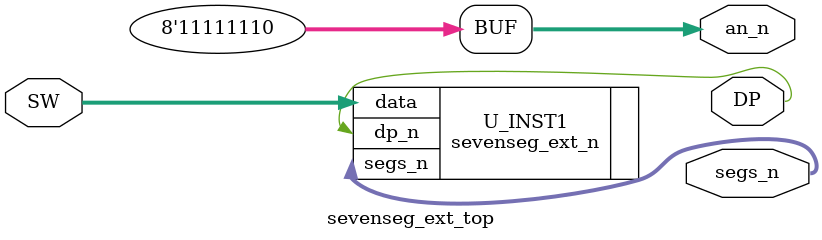
<source format=sv>
`timescale 1ns / 1ps


module sevenseg_ext_top(input logic [6:0] SW, output logic [6:0] segs_n, output logic [7:0] an_n, output logic DP );
   sevenseg_ext_n U_INST1 (.data(SW), .segs_n(segs_n), .dp_n(DP));
   assign an_n = 8'b11111110;


endmodule

</source>
